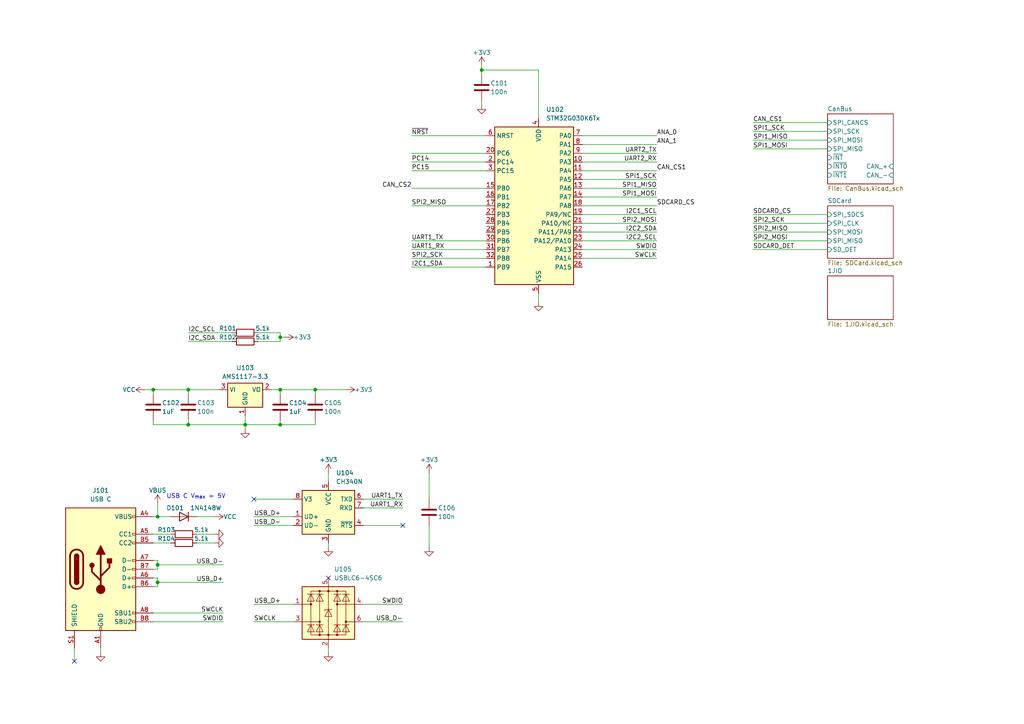
<source format=kicad_sch>
(kicad_sch (version 20230121) (generator eeschema)
  (paper "A4")
  (lib_symbols
    (symbol "Connector:USB_C_Receptacle_USB2.0" (pin_names (offset 1.016))
      (property "Reference" "J" (at -10.16 19.05 0))
      (property "Value" "USB_C_Receptacle_USB2.0" (at 19.05 19.05 0))
      (symbol "USB_C_Receptacle_USB2.0_0_0"
        (rectangle (start -0.254 -17.78) (end 0.254 -16.764))
        (rectangle (start 10.16 -14.986) (end 9.144 -15.494))
        (rectangle (start 10.16 -12.446) (end 9.144 -12.954))
        (rectangle (start 10.16 -4.826) (end 9.144 -5.334))
        (rectangle (start 10.16 -2.286) (end 9.144 -2.794))
        (rectangle (start 10.16 0.254) (end 9.144 -0.254))
        (rectangle (start 10.16 2.794) (end 9.144 2.286))
        (rectangle (start 10.16 7.874) (end 9.144 7.366))
        (rectangle (start 10.16 10.414) (end 9.144 9.906))
        (rectangle (start 10.16 15.494) (end 9.144 14.986))
      )
      (symbol "USB_C_Receptacle_USB2.0_0_1"
        (rectangle (start -10.16 17.78) (end 10.16 -17.78) (stroke (width 0.254)) (fill (type background)))
        (arc (start -8.89 -3.81) (mid -6.985 -5.7067) (end -5.08 -3.81) (stroke (width 0.508)))
        (arc (start -7.62 -3.81) (mid -6.985 -4.4423) (end -6.35 -3.81) (stroke (width 0.254)))
        (arc (start -7.62 -3.81) (mid -6.985 -4.4423) (end -6.35 -3.81) (stroke (width 0.254)) (fill (type outline)))
        (rectangle (start -7.62 -3.81) (end -6.35 3.81) (stroke (width 0.254)) (fill (type outline)))
        (arc (start -6.35 3.81) (mid -6.985 4.4423) (end -7.62 3.81) (stroke (width 0.254)))
        (arc (start -6.35 3.81) (mid -6.985 4.4423) (end -7.62 3.81) (stroke (width 0.254)) (fill (type outline)))
        (arc (start -5.08 3.81) (mid -6.985 5.7067) (end -8.89 3.81) (stroke (width 0.508)))
        (circle (center -2.54 1.143) (radius 0.635) (stroke (width 0.254)) (fill (type outline)))
        (circle (center 0 -5.842) (radius 1.27) (fill (type outline)))
        (polyline (pts (xy -8.89 -3.81) (xy -8.89 3.81)) (stroke (width 0.508)))
        (polyline (pts (xy -5.08 3.81) (xy -5.08 -3.81)) (stroke (width 0.508)))
        (polyline (pts (xy 0 -5.842) (xy 0 4.318)) (stroke (width 0.508)))
        (polyline (pts (xy 0 -3.302) (xy -2.54 -0.762) (xy -2.54 0.508)) (stroke (width 0.508)))
        (polyline (pts (xy 0 -2.032) (xy 2.54 0.508) (xy 2.54 1.778)) (stroke (width 0.508)))
        (polyline (pts (xy -1.27 4.318) (xy 0 6.858) (xy 1.27 4.318) (xy -1.27 4.318)) (stroke (width 0.254)) (fill (type outline)))
        (rectangle (start 1.905 1.778) (end 3.175 3.048) (stroke (width 0.254)) (fill (type outline)))
      )
      (symbol "USB_C_Receptacle_USB2.0_1_1"
        (pin passive line (at 0 -22.86 90) (length 5.08) (name "GND") (number "A1"))
        (pin passive line (at 0 -22.86 90) (length 5.08) hide (name "GND") (number "A12"))
        (pin passive line (at 15.24 15.24 180) (length 5.08) (name "VBUS") (number "A4"))
        (pin bidirectional line (at 15.24 10.16 180) (length 5.08) (name "CC1") (number "A5"))
        (pin bidirectional line (at 15.24 -2.54 180) (length 5.08) (name "D+") (number "A6"))
        (pin bidirectional line (at 15.24 2.54 180) (length 5.08) (name "D-") (number "A7"))
        (pin bidirectional line (at 15.24 -12.7 180) (length 5.08) (name "SBU1") (number "A8"))
        (pin passive line (at 15.24 15.24 180) (length 5.08) hide (name "VBUS") (number "A9"))
        (pin passive line (at 0 -22.86 90) (length 5.08) hide (name "GND") (number "B1"))
        (pin passive line (at 0 -22.86 90) (length 5.08) hide (name "GND") (number "B12"))
        (pin passive line (at 15.24 15.24 180) (length 5.08) hide (name "VBUS") (number "B4"))
        (pin bidirectional line (at 15.24 7.62 180) (length 5.08) (name "CC2") (number "B5"))
        (pin bidirectional line (at 15.24 -5.08 180) (length 5.08) (name "D+") (number "B6"))
        (pin bidirectional line (at 15.24 0 180) (length 5.08) (name "D-") (number "B7"))
        (pin bidirectional line (at 15.24 -15.24 180) (length 5.08) (name "SBU2") (number "B8"))
        (pin passive line (at 15.24 15.24 180) (length 5.08) hide (name "VBUS") (number "B9"))
        (pin passive line (at -7.62 -22.86 90) (length 5.08) (name "SHIELD") (number "S1"))
      )
    )
    (symbol "Device:C" (pin_numbers hide) (pin_names (offset 0.254))
      (property "Reference" "C" (at 0.635 2.54 0))
      (property "Value" "C" (at 0.635 -2.54 0))
      (symbol "C_0_1"
        (polyline (pts (xy -2.032 -0.762) (xy 2.032 -0.762)) (stroke (width 0.508)))
        (polyline (pts (xy -2.032 0.762) (xy 2.032 0.762)) (stroke (width 0.508)))
      )
      (symbol "C_1_1"
        (pin passive line (at 0 3.81 270) (length 2.794) (name "~") (number "1"))
        (pin passive line (at 0 -3.81 90) (length 2.794) (name "~") (number "2"))
      )
    )
    (symbol "Device:R" (pin_numbers hide) (pin_names (offset 0))
      (property "Reference" "R" (at 2.032 0 90))
      (property "Value" "R" (at 0 0 90))
      (symbol "R_0_1"
        (rectangle (start -1.016 -2.54) (end 1.016 2.54) (stroke (width 0.254)))
      )
      (symbol "R_1_1"
        (pin passive line (at 0 3.81 270) (length 1.27) (name "~") (number "1"))
        (pin passive line (at 0 -3.81 90) (length 1.27) (name "~") (number "2"))
      )
    )
    (symbol "Diode:1N4148W" (pin_numbers hide) (pin_names hide)
      (property "Reference" "D" (at 0 2.54 0))
      (property "Value" "1N4148W" (at 0 -2.54 0))
      (symbol "1N4148W_0_1"
        (polyline (pts (xy -1.27 1.27) (xy -1.27 -1.27)) (stroke (width 0.254)))
        (polyline (pts (xy 1.27 0) (xy -1.27 0)))
        (polyline (pts (xy 1.27 1.27) (xy 1.27 -1.27) (xy -1.27 0) (xy 1.27 1.27)) (stroke (width 0.254)))
      )
      (symbol "1N4148W_1_1"
        (pin passive line (at -3.81 0 0) (length 2.54) (name "K") (number "1"))
        (pin passive line (at 3.81 0 180) (length 2.54) (name "A") (number "2"))
      )
    )
    (symbol "Interface_USB:CH330N"
      (property "Reference" "U" (at -7.62 6.35 0))
      (property "Value" "CH330N" (at 7.62 6.35 0))
      (symbol "CH330N_0_1"
        (rectangle (start -7.62 5.08) (end 7.62 -7.62) (stroke (width 0.254)) (fill (type background)))
      )
      (symbol "CH330N_1_1"
        (pin bidirectional line (at -10.16 -2.54 0) (length 2.54) (name "UD+") (number "1"))
        (pin bidirectional line (at -10.16 -5.08 0) (length 2.54) (name "UD-") (number "2"))
        (pin power_in line (at 0 -10.16 90) (length 2.54) (name "GND") (number "3"))
        (pin output line (at 10.16 -5.08 180) (length 2.54) (name "~{RTS}") (number "4"))
        (pin power_in line (at 0 7.62 270) (length 2.54) (name "VCC") (number "5"))
        (pin output line (at 10.16 2.54 180) (length 2.54) (name "TXD") (number "6"))
        (pin input line (at 10.16 0 180) (length 2.54) (name "RXD") (number "7"))
        (pin passive line (at -10.16 2.54 0) (length 2.54) (name "V3") (number "8"))
      )
    )
    (symbol "MCU_ST_STM32G0:STM32G030K6Tx"
      (property "Reference" "U" (at -10.16 24.13 0))
      (property "Value" "STM32G030K6Tx" (at 5.08 24.13 0))
      (symbol "STM32G030K6Tx_0_1"
        (rectangle (start -10.16 -22.86) (end 12.7 22.86) (stroke (width 0.254)) (fill (type background)))
      )
      (symbol "STM32G030K6Tx_1_1"
        (pin bidirectional line (at -12.7 -17.78 0) (length 2.54) (name "PB9") (number "1"))
        (pin bidirectional line (at 15.24 12.7 180) (length 2.54) (name "PA3") (number "10"))
        (pin bidirectional line (at 15.24 10.16 180) (length 2.54) (name "PA4") (number "11"))
        (pin bidirectional line (at 15.24 7.62 180) (length 2.54) (name "PA5") (number "12"))
        (pin bidirectional line (at 15.24 5.08 180) (length 2.54) (name "PA6") (number "13"))
        (pin bidirectional line (at 15.24 2.54 180) (length 2.54) (name "PA7") (number "14"))
        (pin bidirectional line (at -12.7 5.08 0) (length 2.54) (name "PB0") (number "15"))
        (pin bidirectional line (at -12.7 2.54 0) (length 2.54) (name "PB1") (number "16"))
        (pin bidirectional line (at -12.7 0 0) (length 2.54) (name "PB2") (number "17"))
        (pin bidirectional line (at 15.24 0 180) (length 2.54) (name "PA8") (number "18"))
        (pin bidirectional line (at 15.24 -2.54 180) (length 2.54) (name "PA9/NC") (number "19"))
        (pin bidirectional line (at -12.7 12.7 0) (length 2.54) (name "PC14") (number "2"))
        (pin bidirectional line (at -12.7 15.24 0) (length 2.54) (name "PC6") (number "20"))
        (pin bidirectional line (at 15.24 -5.08 180) (length 2.54) (name "PA10/NC") (number "21"))
        (pin bidirectional line (at 15.24 -7.62 180) (length 2.54) (name "PA11/PA9") (number "22"))
        (pin bidirectional line (at 15.24 -10.16 180) (length 2.54) (name "PA12/PA10") (number "23"))
        (pin bidirectional line (at 15.24 -12.7 180) (length 2.54) (name "PA13") (number "24"))
        (pin bidirectional line (at 15.24 -15.24 180) (length 2.54) (name "PA14") (number "25"))
        (pin bidirectional line (at 15.24 -17.78 180) (length 2.54) (name "PA15") (number "26"))
        (pin bidirectional line (at -12.7 -2.54 0) (length 2.54) (name "PB3") (number "27"))
        (pin bidirectional line (at -12.7 -5.08 0) (length 2.54) (name "PB4") (number "28"))
        (pin bidirectional line (at -12.7 -7.62 0) (length 2.54) (name "PB5") (number "29"))
        (pin bidirectional line (at -12.7 10.16 0) (length 2.54) (name "PC15") (number "3"))
        (pin bidirectional line (at -12.7 -10.16 0) (length 2.54) (name "PB6") (number "30"))
        (pin bidirectional line (at -12.7 -12.7 0) (length 2.54) (name "PB7") (number "31"))
        (pin bidirectional line (at -12.7 -15.24 0) (length 2.54) (name "PB8") (number "32"))
        (pin power_in line (at 2.54 25.4 270) (length 2.54) (name "VDD") (number "4"))
        (pin power_in line (at 2.54 -25.4 90) (length 2.54) (name "VSS") (number "5"))
        (pin input line (at -12.7 20.32 0) (length 2.54) (name "NRST") (number "6"))
        (pin bidirectional line (at 15.24 20.32 180) (length 2.54) (name "PA0") (number "7"))
        (pin bidirectional line (at 15.24 17.78 180) (length 2.54) (name "PA1") (number "8"))
        (pin bidirectional line (at 15.24 15.24 180) (length 2.54) (name "PA2") (number "9"))
      )
    )
    (symbol "Power_Protection:USBLC6-4SC6" (pin_names hide)
      (property "Reference" "U" (at 2.54 8.89 0))
      (property "Value" "USBLC6-4SC6" (at 2.54 -8.89 0))
      (symbol "USBLC6-4SC6_0_1"
        (rectangle (start -7.62 -7.62) (end 7.62 7.62) (stroke (width 0.254)) (fill (type background)))
        (circle (center -5.08 2.54) (radius 0.254) (fill (type outline)))
        (circle (center -2.54 -6.35) (radius 0.254) (fill (type outline)))
        (circle (center -2.54 -2.54) (radius 0.254) (fill (type outline)))
        (circle (center -2.54 6.35) (radius 0.254) (fill (type outline)))
        (rectangle (start -2.54 6.35) (end 2.54 -6.35))
        (circle (center 0 -6.35) (radius 0.254) (fill (type outline)))
        (polyline (pts (xy -5.08 2.54) (xy -7.62 2.54)))
        (polyline (pts (xy -4.064 -3.429) (xy -6.096 -3.429)))
        (polyline (pts (xy -4.064 5.461) (xy -6.096 5.461)))
        (polyline (pts (xy -2.54 -2.54) (xy -7.62 -2.54)))
        (polyline (pts (xy -1.524 -3.429) (xy -3.556 -3.429)))
        (polyline (pts (xy -1.524 5.461) (xy -3.556 5.461)))
        (polyline (pts (xy 0 -7.62) (xy 0 -6.35)))
        (polyline (pts (xy 0 -6.35) (xy 0 1.27)))
        (polyline (pts (xy 0 1.27) (xy 0 6.35)))
        (polyline (pts (xy 0 6.35) (xy 0 7.62)))
        (polyline (pts (xy 1.524 -3.429) (xy 3.556 -3.429)))
        (polyline (pts (xy 1.524 5.461) (xy 3.556 5.461)))
        (polyline (pts (xy 2.54 2.54) (xy 7.62 2.54)))
        (polyline (pts (xy 4.064 -3.429) (xy 6.096 -3.429)))
        (polyline (pts (xy 4.064 5.461) (xy 6.096 5.461)))
        (polyline (pts (xy 5.08 -2.54) (xy 7.62 -2.54)))
        (polyline (pts (xy -6.096 -5.461) (xy -4.064 -5.461) (xy -5.08 -3.429) (xy -6.096 -5.461)))
        (polyline (pts (xy -6.096 3.429) (xy -4.064 3.429) (xy -5.08 5.461) (xy -6.096 3.429)))
        (polyline (pts (xy -3.556 -5.461) (xy -1.524 -5.461) (xy -2.54 -3.429) (xy -3.556 -5.461)))
        (polyline (pts (xy -3.556 3.429) (xy -1.524 3.429) (xy -2.54 5.461) (xy -3.556 3.429)))
        (polyline (pts (xy -2.54 6.35) (xy -5.08 6.35) (xy -5.08 -6.35) (xy -2.54 -6.35)))
        (polyline (pts (xy -1.016 -1.016) (xy 1.016 -1.016) (xy 0 1.016) (xy -1.016 -1.016)))
        (polyline (pts (xy 1.016 1.016) (xy 0.762 1.016) (xy -1.016 1.016) (xy -1.016 0.508)))
        (polyline (pts (xy 2.54 6.35) (xy 5.08 6.35) (xy 5.08 -6.35) (xy 2.54 -6.35)))
        (polyline (pts (xy 3.556 -5.461) (xy 1.524 -5.461) (xy 2.54 -3.429) (xy 3.556 -5.461)))
        (polyline (pts (xy 3.556 3.429) (xy 1.524 3.429) (xy 2.54 5.461) (xy 3.556 3.429)))
        (polyline (pts (xy 6.096 -5.461) (xy 4.064 -5.461) (xy 5.08 -3.429) (xy 6.096 -5.461)))
        (polyline (pts (xy 6.096 3.429) (xy 4.064 3.429) (xy 5.08 5.461) (xy 6.096 3.429)))
        (circle (center 0 6.35) (radius 0.254) (fill (type outline)))
        (circle (center 2.54 -6.35) (radius 0.254) (fill (type outline)))
        (circle (center 2.54 2.54) (radius 0.254) (fill (type outline)))
        (circle (center 2.54 6.35) (radius 0.254) (fill (type outline)))
        (circle (center 5.08 -2.54) (radius 0.254) (fill (type outline)))
      )
      (symbol "USBLC6-4SC6_1_1"
        (pin passive line (at -10.16 2.54 0) (length 2.54) (name "I/O1") (number "1"))
        (pin passive line (at 0 -10.16 90) (length 2.54) (name "GND") (number "2"))
        (pin passive line (at -10.16 -2.54 0) (length 2.54) (name "I/O2") (number "3"))
        (pin passive line (at 10.16 2.54 180) (length 2.54) (name "I/O3") (number "4"))
        (pin passive line (at 0 10.16 270) (length 2.54) (name "VBUS") (number "5"))
        (pin passive line (at 10.16 -2.54 180) (length 2.54) (name "I/O4") (number "6"))
      )
    )
    (symbol "Regulator_Linear:AMS1117-3.3"
      (property "Reference" "U" (at -3.81 3.175 0))
      (property "Value" "AMS1117-3.3" (at 0 3.175 0))
      (symbol "AMS1117-3.3_0_1"
        (rectangle (start -5.08 -5.08) (end 5.08 1.905) (stroke (width 0.254)) (fill (type background)))
      )
      (symbol "AMS1117-3.3_1_1"
        (pin power_in line (at 0 -7.62 90) (length 2.54) (name "GND") (number "1"))
        (pin power_out line (at 7.62 0 180) (length 2.54) (name "VO") (number "2"))
        (pin power_in line (at -7.62 0 0) (length 2.54) (name "VI") (number "3"))
      )
    )
    (symbol "power:+3V3" (power) (pin_names (offset 0))
      (property "Value" "+3V3" (at 0 3.556 0))
      (symbol "+3V3_0_1"
        (polyline (pts (xy -0.762 1.27) (xy 0 2.54)))
        (polyline (pts (xy 0 0) (xy 0 2.54)))
        (polyline (pts (xy 0 2.54) (xy 0.762 1.27)))
      )
      (symbol "+3V3_1_1"
        (pin power_in line (at 0 0 90) (length 0) hide (name "+3V3") (number "1"))
      )
    )
    (symbol "power:GND" (power) (pin_names (offset 0))
      (property "Value" "GND" (at 0 -3.81 0))
      (symbol "GND_0_1"
        (polyline (pts (xy 0 0) (xy 0 -1.27) (xy 1.27 -1.27) (xy 0 -2.54) (xy -1.27 -1.27) (xy 0 -1.27)))
      )
      (symbol "GND_1_1"
        (pin power_in line (at 0 0 270) (length 0) hide (name "GND") (number "1"))
      )
    )
    (symbol "power:VBUS" (power) (pin_names (offset 0))
      (property "Value" "VBUS" (at 0 3.81 0))
      (symbol "VBUS_0_1"
        (polyline (pts (xy -0.762 1.27) (xy 0 2.54)))
        (polyline (pts (xy 0 0) (xy 0 2.54)))
        (polyline (pts (xy 0 2.54) (xy 0.762 1.27)))
      )
      (symbol "VBUS_1_1"
        (pin power_in line (at 0 0 90) (length 0) hide (name "VBUS") (number "1"))
      )
    )
    (symbol "power:VCC" (power) (pin_names (offset 0))
      (property "Value" "VCC" (at 0 3.81 0))
      (symbol "VCC_0_1"
        (polyline (pts (xy -0.762 1.27) (xy 0 2.54)))
        (polyline (pts (xy 0 0) (xy 0 2.54)))
        (polyline (pts (xy 0 2.54) (xy 0.762 1.27)))
      )
      (symbol "VCC_1_1"
        (pin power_in line (at 0 0 90) (length 0) hide (name "VCC") (number "1"))
      )
    )
  )
  (junction (at 71.12 123.19))
  (junction (at 45.72 149.86))
  (junction (at 45.72 168.91))
  (junction (at 91.44 113.03))
  (junction (at 81.28 113.03))
  (junction (at 139.7 20.32))
  (junction (at 81.28 123.19))
  (junction (at 45.72 163.83))
  (junction (at 81.28 97.79))
  (junction (at 54.61 123.19))
  (junction (at 54.61 113.03))
  (junction (at 44.45 113.03))
  (no_connect (at 21.59 191.77))
  (no_connect (at 73.66 144.78))
  (no_connect (at 116.84 152.4))
  (no_connect (at 95.25 167.64))
  (wire (pts (xy 41.91 113.03) (xy 44.45 113.03)))
  (wire (pts (xy 44.45 113.03) (xy 44.45 114.3)))
  (wire (pts (xy 105.41 147.32) (xy 116.84 147.32)))
  (wire (pts (xy 44.45 162.56) (xy 45.72 162.56)))
  (wire (pts (xy 124.46 137.16) (xy 124.46 144.78)))
  (wire (pts (xy 29.21 187.96) (xy 29.21 189.23)))
  (wire (pts (xy 45.72 149.86) (xy 49.53 149.86)))
  (wire (pts (xy 71.12 123.19) (xy 81.28 123.19)))
  (wire (pts (xy 168.91 57.15) (xy 190.5 57.15)))
  (wire (pts (xy 168.91 54.61) (xy 190.5 54.61)))
  (wire (pts (xy 240.03 64.77) (xy 218.44 64.77)))
  (wire (pts (xy 44.45 167.64) (xy 45.72 167.64)))
  (wire (pts (xy 74.93 96.52) (xy 81.28 96.52)))
  (wire (pts (xy 140.97 59.69) (xy 119.38 59.69)))
  (wire (pts (xy 240.03 69.85) (xy 218.44 69.85)))
  (wire (pts (xy 124.46 152.4) (xy 124.46 158.75)))
  (wire (pts (xy 44.45 154.94) (xy 49.53 154.94)))
  (wire (pts (xy 73.66 144.78) (xy 85.09 144.78)))
  (wire (pts (xy 105.41 152.4) (xy 116.84 152.4)))
  (wire (pts (xy 45.72 146.05) (xy 45.72 149.86)))
  (wire (pts (xy 119.38 77.47) (xy 140.97 77.47)))
  (wire (pts (xy 168.91 39.37) (xy 190.5 39.37)))
  (wire (pts (xy 240.03 72.39) (xy 218.44 72.39)))
  (wire (pts (xy 156.21 85.09) (xy 156.21 87.63)))
  (wire (pts (xy 168.91 52.07) (xy 190.5 52.07)))
  (wire (pts (xy 45.72 165.1) (xy 44.45 165.1)))
  (wire (pts (xy 168.91 49.53) (xy 190.5 49.53)))
  (wire (pts (xy 54.61 99.06) (xy 67.31 99.06)))
  (wire (pts (xy 44.45 180.34) (xy 64.77 180.34)))
  (wire (pts (xy 54.61 113.03) (xy 63.5 113.03)))
  (wire (pts (xy 73.66 175.26) (xy 85.09 175.26)))
  (wire (pts (xy 81.28 96.52) (xy 81.28 97.79)))
  (wire (pts (xy 140.97 74.93) (xy 119.38 74.93)))
  (wire (pts (xy 95.25 137.16) (xy 95.25 139.7)))
  (wire (pts (xy 82.55 97.79) (xy 81.28 97.79)))
  (wire (pts (xy 45.72 163.83) (xy 64.77 163.83)))
  (wire (pts (xy 156.21 20.32) (xy 139.7 20.32)))
  (wire (pts (xy 71.12 123.19) (xy 71.12 124.46)))
  (wire (pts (xy 168.91 69.85) (xy 190.5 69.85)))
  (wire (pts (xy 139.7 20.32) (xy 139.7 21.59)))
  (wire (pts (xy 240.03 35.56) (xy 218.44 35.56)))
  (wire (pts (xy 57.15 149.86) (xy 62.23 149.86)))
  (wire (pts (xy 91.44 123.19) (xy 91.44 121.92)))
  (wire (pts (xy 73.66 180.34) (xy 85.09 180.34)))
  (wire (pts (xy 45.72 168.91) (xy 64.77 168.91)))
  (wire (pts (xy 168.91 64.77) (xy 190.5 64.77)))
  (wire (pts (xy 45.72 163.83) (xy 45.72 165.1)))
  (wire (pts (xy 240.03 62.23) (xy 218.44 62.23)))
  (wire (pts (xy 54.61 113.03) (xy 54.61 114.3)))
  (wire (pts (xy 54.61 123.19) (xy 71.12 123.19)))
  (wire (pts (xy 168.91 59.69) (xy 190.5 59.69)))
  (wire (pts (xy 44.45 121.92) (xy 44.45 123.19)))
  (wire (pts (xy 139.7 19.05) (xy 139.7 20.32)))
  (wire (pts (xy 73.66 149.86) (xy 85.09 149.86)))
  (wire (pts (xy 44.45 157.48) (xy 49.53 157.48)))
  (wire (pts (xy 45.72 170.18) (xy 44.45 170.18)))
  (wire (pts (xy 119.38 39.37) (xy 140.97 39.37)))
  (wire (pts (xy 95.25 158.75) (xy 95.25 157.48)))
  (wire (pts (xy 95.25 189.23) (xy 95.25 187.96)))
  (wire (pts (xy 156.21 20.32) (xy 156.21 34.29)))
  (wire (pts (xy 168.91 62.23) (xy 190.5 62.23)))
  (wire (pts (xy 78.74 113.03) (xy 81.28 113.03)))
  (wire (pts (xy 240.03 67.31) (xy 218.44 67.31)))
  (wire (pts (xy 119.38 46.99) (xy 140.97 46.99)))
  (wire (pts (xy 54.61 96.52) (xy 67.31 96.52)))
  (wire (pts (xy 73.66 152.4) (xy 85.09 152.4)))
  (wire (pts (xy 44.45 149.86) (xy 45.72 149.86)))
  (wire (pts (xy 44.45 177.8) (xy 64.77 177.8)))
  (wire (pts (xy 81.28 121.92) (xy 81.28 123.19)))
  (wire (pts (xy 240.03 40.64) (xy 218.44 40.64)))
  (wire (pts (xy 168.91 72.39) (xy 190.5 72.39)))
  (wire (pts (xy 45.72 168.91) (xy 45.72 170.18)))
  (wire (pts (xy 139.7 29.21) (xy 139.7 30.48)))
  (wire (pts (xy 91.44 113.03) (xy 100.33 113.03)))
  (wire (pts (xy 168.91 46.99) (xy 190.5 46.99)))
  (wire (pts (xy 81.28 113.03) (xy 91.44 113.03)))
  (wire (pts (xy 168.91 67.31) (xy 190.5 67.31)))
  (wire (pts (xy 240.03 38.1) (xy 218.44 38.1)))
  (wire (pts (xy 119.38 49.53) (xy 140.97 49.53)))
  (wire (pts (xy 105.41 180.34) (xy 116.84 180.34)))
  (wire (pts (xy 54.61 121.92) (xy 54.61 123.19)))
  (wire (pts (xy 57.15 154.94) (xy 62.23 154.94)))
  (wire (pts (xy 44.45 123.19) (xy 54.61 123.19)))
  (wire (pts (xy 57.15 157.48) (xy 62.23 157.48)))
  (wire (pts (xy 140.97 69.85) (xy 119.38 69.85)))
  (wire (pts (xy 240.03 43.18) (xy 218.44 43.18)))
  (wire (pts (xy 140.97 72.39) (xy 119.38 72.39)))
  (wire (pts (xy 168.91 44.45) (xy 190.5 44.45)))
  (wire (pts (xy 81.28 99.06) (xy 81.28 97.79)))
  (wire (pts (xy 44.45 113.03) (xy 54.61 113.03)))
  (wire (pts (xy 81.28 123.19) (xy 91.44 123.19)))
  (wire (pts (xy 74.93 99.06) (xy 81.28 99.06)))
  (wire (pts (xy 21.59 191.77) (xy 21.59 187.96)))
  (wire (pts (xy 45.72 167.64) (xy 45.72 168.91)))
  (wire (pts (xy 168.91 41.91) (xy 190.5 41.91)))
  (wire (pts (xy 105.41 144.78) (xy 116.84 144.78)))
  (wire (pts (xy 119.38 44.45) (xy 140.97 44.45)))
  (wire (pts (xy 45.72 162.56) (xy 45.72 163.83)))
  (wire (pts (xy 119.38 54.61) (xy 140.97 54.61)))
  (wire (pts (xy 71.12 120.65) (xy 71.12 123.19)))
  (wire (pts (xy 105.41 175.26) (xy 116.84 175.26)))
  (wire (pts (xy 91.44 113.03) (xy 91.44 114.3)))
  (wire (pts (xy 81.28 113.03) (xy 81.28 114.3)))
  (wire (pts (xy 168.91 74.93) (xy 190.5 74.93)))
  (text "USB C V_{max} = 5V" (at 48.26 144.78 0) (effects (font (size 1.27 1.27)) (justify left bottom)))
  (label "SPI1_MISO" (at 218.44 40.64 0))
  (label "SWDIO" (at 116.84 175.26 180))
  (label "SPI2_SCK" (at 218.44 64.77 0))
  (label "SPI2_MISO" (at 218.44 67.31 0))
  (label "I2C_SCL" (at 54.61 96.52 0))
  (label "~{NRST}" (at 119.38 39.37 0))
  (label "CAN_CS2" (at 119.38 54.61 180))
  (label "SWCLK" (at 73.66 180.34 0))
  (label "CAN_CS1" (at 218.44 35.56 0))
  (label "SPI2_MOSI" (at 190.5 64.77 180))
  (label "SPI1_SCK" (at 190.5 52.07 180))
  (label "SDCARD_DET" (at 218.44 72.39 0))
  (label "UART1_RX" (at 119.38 72.39 0))
  (label "SPI1_MOSI" (at 190.5 57.15 180))
  (label "PC15" (at 119.38 49.53 0))
  (label "SWCLK" (at 190.5 74.93 180))
  (label "I2C_SDA" (at 54.61 99.06 0))
  (label "UART1_TX" (at 116.84 144.78 180))
  (label "UART1_RX" (at 116.84 147.32 180))
  (label "SWDIO" (at 190.5 72.39 180))
  (label "I2C2_SDA" (at 190.5 67.31 180))
  (label "USB_D+" (at 73.66 175.26 0))
  (label "SPI1_SCK" (at 218.44 38.1 0))
  (label "I2C1_SCL" (at 190.5 62.23 180))
  (label "USB_D-" (at 116.84 180.34 180))
  (label "SWCLK" (at 64.77 177.8 180))
  (label "UART2_TX" (at 190.5 44.45 180))
  (label "SPI2_MISO" (at 119.38 59.69 0))
  (label "SPI1_MOSI" (at 218.44 43.18 0))
  (label "SPI1_MISO" (at 190.5 54.61 180))
  (label "USB_D+" (at 64.77 168.91 180))
  (label "PC14" (at 119.38 46.99 0))
  (label "SDCARD_CS" (at 190.5 59.69 0))
  (label "UART1_TX" (at 119.38 69.85 0))
  (label "SDCARD_CS" (at 218.44 62.23 0))
  (label "SPI2_SCK" (at 119.38 74.93 0))
  (label "I2C2_SCL" (at 190.5 69.85 180))
  (label "ANA_1" (at 190.5 41.91 0))
  (label "USB_D+" (at 73.66 149.86 0))
  (label "ANA_0" (at 190.5 39.37 0))
  (label "CAN_CS1" (at 190.5 49.53 0))
  (label "USB_D-" (at 64.77 163.83 180))
  (label "I2C1_SDA" (at 119.38 77.47 0))
  (label "SWDIO" (at 64.77 180.34 180))
  (label "USB_D-" (at 73.66 152.4 0))
  (label "UART2_RX" (at 190.5 46.99 180))
  (label "SPI2_MOSI" (at 218.44 69.85 0))
  (symbol (lib_id "Regulator_Linear:AMS1117-3.3") (at 71.12 113.03 0) (unit 1)
    (property "Reference" "U103" (at 71.12 106.68 0))
    (property "Value" "AMS1117-3.3" (at 71.12 109.22 0))
    (property "Footprint" "Package_TO_SOT_SMD:SOT-223-3_TabPin2" (effects hide))
    (property "Datasheet" "http://www.advanced-monolithic.com/pdf/ds1117.pdf" (effects hide))
  )
  (symbol (lib_id "Device:R") (at 71.12 99.06 90) (unit 1)
    (property "Reference" "R102" (at 66.04 97.79 90))
    (property "Value" "5.1k" (at 76.2 97.79 90))
    (property "Footprint" "Resistor_SMD:R_0603_1608Metric" (effects hide))
  )
  (symbol (lib_id "Connector:USB_C_Receptacle_USB2.0") (at 29.21 165.1 0) (unit 1)
    (property "Reference" "J101" (at 29.21 142.24 0))
    (property "Value" "USB C" (at 29.21 144.78 0))
    (property "Footprint" "Connector_USB:USB_C_Receptacle_HRO_TYPE-C-31-M-12" (effects hide))
    (property "Datasheet" "https://www.usb.org/sites/default/files/documents/usb_type-c.zip" (effects hide))
  )
  (symbol (lib_id "Device:C") (at 91.44 118.11 0) (unit 1)
    (property "Reference" "C105" (at 93.98 116.84 0) (effects (justify left)))
    (property "Value" "100n" (at 93.98 119.38 0) (effects (justify left)))
    (property "Footprint" "Capacitor_SMD:C_0603_1608Metric" (effects hide))
  )
  (symbol (lib_id "Interface_USB:CH330N") (at 95.25 147.32 0) (unit 1)
    (property "Reference" "U104" (at 97.4441 137.16 0) (effects (justify left)))
    (property "Value" "CH340N" (at 97.4441 139.7 0) (effects (justify left)))
    (property "Footprint" "Package_SO:SOIC-8_3.9x4.9mm_P1.27mm" (effects hide))
    (property "Datasheet" "http://www.wch.cn/downloads/file/240.html" (effects hide))
  )
  (symbol (lib_id "power:GND") (at 71.12 124.46 0) (unit 1)
    (property "Reference" "#PWR0107" (effects hide))
    (property "Value" "GND" (effects hide))
  )
  (symbol (lib_id "power:GND") (at 156.21 87.63 0) (unit 1)
    (property "Reference" "#PWR0103" (effects hide))
    (property "Value" "GND" (effects hide))
  )
  (symbol (lib_id "power:GND") (at 124.46 158.75 0) (unit 1)
    (property "Reference" "#PWR0115" (effects hide))
    (property "Value" "GND" (effects hide))
  )
  (symbol (lib_id "power:GND") (at 95.25 189.23 0) (unit 1)
    (property "Reference" "#PWR0117" (effects hide))
    (property "Value" "GND" (effects hide))
  )
  (symbol (lib_id "power:GND") (at 95.25 158.75 0) (unit 1)
    (property "Reference" "#PWR0114" (effects hide))
    (property "Value" "GND" (effects hide))
  )
  (symbol (lib_id "power:VBUS") (at 45.72 146.05 0) (unit 1)
    (property "Reference" "#PWR0110" (effects hide))
    (property "Value" "VBUS" (at 45.72 142.24 0))
  )
  (symbol (lib_id "power:GND") (at 62.23 157.48 90) (unit 1)
    (property "Reference" "#PWR0113" (effects hide))
    (property "Value" "GND" (effects hide))
  )
  (symbol (lib_id "Diode:1N4148W") (at 53.34 149.86 0) (mirror y) (unit 1)
    (property "Reference" "D101" (at 50.8 147.32 0))
    (property "Value" "1N4148W" (at 59.69 147.32 0))
    (property "Footprint" "Diode_SMD:D_SOD-123" (effects hide))
    (property "Datasheet" "https://www.vishay.com/docs/85748/1n4148w.pdf" (effects hide))
    (property "Sim.Device" "D" (effects hide))
    (property "Sim.Pins" "1=K 2=A" (effects hide))
  )
  (symbol (lib_id "power:+3V3") (at 82.55 97.79 270) (unit 1)
    (property "Reference" "#PWR0104" (effects hide))
    (property "Value" "+3V3" (at 87.63 97.79 90))
  )
  (symbol (lib_id "power:GND") (at 139.7 30.48 0) (unit 1)
    (property "Reference" "#PWR0102" (effects hide))
    (property "Value" "GND" (effects hide))
  )
  (symbol (lib_id "power:GND") (at 29.21 189.23 0) (unit 1)
    (property "Reference" "#PWR0116" (effects hide))
    (property "Value" "GND" (effects hide))
  )
  (symbol (lib_id "Device:C") (at 81.28 118.11 0) (unit 1)
    (property "Reference" "C104" (at 83.82 116.84 0) (effects (justify left)))
    (property "Value" "1uF" (at 83.82 119.38 0) (effects (justify left)))
    (property "Footprint" "Capacitor_SMD:C_0805_2012Metric" (effects hide))
  )
  (symbol (lib_id "power:+3V3") (at 100.33 113.03 270) (unit 1)
    (property "Reference" "#PWR0106" (effects hide))
    (property "Value" "+3V3" (at 105.41 113.03 90))
  )
  (symbol (lib_id "power:+3V3") (at 95.25 137.16 0) (unit 1)
    (property "Reference" "#PWR0108" (effects hide))
    (property "Value" "+3V3" (at 95.25 133.35 0))
  )
  (symbol (lib_id "Device:C") (at 44.45 118.11 0) (unit 1)
    (property "Reference" "C102" (at 46.99 116.84 0) (effects (justify left)))
    (property "Value" "1uF" (at 46.99 119.38 0) (effects (justify left)))
    (property "Footprint" "Capacitor_SMD:C_0805_2012Metric" (effects hide))
  )
  (symbol (lib_id "power:+3V3") (at 139.7 19.05 0) (unit 1)
    (property "Reference" "#PWR0101" (effects hide))
    (property "Value" "+3V3" (at 139.7 15.24 0))
  )
  (symbol (lib_id "Device:C") (at 124.46 148.59 0) (unit 1)
    (property "Reference" "C106" (at 127 147.32 0) (effects (justify left)))
    (property "Value" "100n" (at 127 149.86 0) (effects (justify left)))
    (property "Footprint" "Capacitor_SMD:C_0603_1608Metric" (effects hide))
  )
  (symbol (lib_id "power:VCC") (at 41.91 113.03 90) (mirror x) (unit 1)
    (property "Reference" "#PWR0105" (effects hide))
    (property "Value" "VCC" (at 39.37 113.03 90) (effects (justify left)))
  )
  (symbol (lib_id "power:VCC") (at 62.23 149.86 270) (unit 1)
    (property "Reference" "#PWR0111" (effects hide))
    (property "Value" "VCC" (at 64.77 149.86 90) (effects (justify left)))
  )
  (symbol (lib_id "MCU_ST_STM32G0:STM32G030K6Tx") (at 153.67 59.69 0) (unit 1)
    (property "Reference" "U102" (at 158.4041 31.75 0) (effects (justify left)))
    (property "Value" "STM32G030K6Tx" (at 158.4041 34.29 0) (effects (justify left)))
    (property "Footprint" "Package_QFP:LQFP-32_7x7mm_P0.8mm" (effects hide))
    (property "Datasheet" "https://www.st.com/resource/en/datasheet/stm32g030k6.pdf" (effects hide))
  )
  (symbol (lib_id "Device:C") (at 54.61 118.11 0) (unit 1)
    (property "Reference" "C103" (at 57.15 116.84 0) (effects (justify left)))
    (property "Value" "100n" (at 57.15 119.38 0) (effects (justify left)))
    (property "Footprint" "Capacitor_SMD:C_0603_1608Metric" (effects hide))
  )
  (symbol (lib_id "Device:R") (at 53.34 157.48 90) (unit 1)
    (property "Reference" "R104" (at 48.26 156.21 90))
    (property "Value" "5.1k" (at 58.42 156.21 90))
    (property "Footprint" "Resistor_SMD:R_0603_1608Metric" (effects hide))
  )
  (symbol (lib_id "Power_Protection:USBLC6-4SC6") (at 95.25 177.8 0) (unit 1)
    (property "Reference" "U105" (at 96.9011 165.1 0) (effects (justify left)))
    (property "Value" "USBLC6-4SC6" (at 96.9011 167.64 0) (effects (justify left)))
    (property "Footprint" "Package_TO_SOT_SMD:SOT-23-6" (effects hide))
    (property "Datasheet" "https://www.st.com/resource/en/datasheet/usblc6-4.pdf" (effects hide))
  )
  (symbol (lib_id "Device:C") (at 139.7 25.4 0) (unit 1)
    (property "Reference" "C101" (at 142.24 24.13 0) (effects (justify left)))
    (property "Value" "100n" (at 142.24 26.67 0) (effects (justify left)))
    (property "Footprint" "Capacitor_SMD:C_0603_1608Metric" (effects hide))
  )
  (symbol (lib_id "Device:R") (at 53.34 154.94 90) (unit 1)
    (property "Reference" "R103" (at 48.26 153.67 90))
    (property "Value" "5.1k" (at 58.42 153.67 90))
    (property "Footprint" "Resistor_SMD:R_0603_1608Metric" (effects hide))
  )
  (symbol (lib_id "power:GND") (at 62.23 154.94 90) (unit 1)
    (property "Reference" "#PWR0112" (effects hide))
    (property "Value" "GND" (effects hide))
  )
  (symbol (lib_id "power:+3V3") (at 124.46 137.16 0) (unit 1)
    (property "Reference" "#PWR0109" (effects hide))
    (property "Value" "+3V3" (at 124.46 133.35 0))
  )
  (symbol (lib_id "Device:R") (at 71.12 96.52 90) (unit 1)
    (property "Reference" "R101" (at 66.04 95.25 90))
    (property "Value" "5.1k" (at 76.2 95.25 90))
    (property "Footprint" "Resistor_SMD:R_0603_1608Metric" (effects hide))
  )
  (sheet (at 240.03 59.69) (size 19.05 15.24) (stroke (width 0.1524))
    (property "Sheetname" "SDCard" (at 240.03 58.9784 0) (effects (justify left bottom)))
    (property "Sheetfile" "SDCard.kicad_sch" (at 240.03 75.5146 0) (effects (justify left top)))
    (pin "SPI_SDCS" input (at 240.03 62.23 180))
    (pin "SPI_MOSI" input (at 240.03 67.31 180))
    (pin "SPI_MISO" input (at 240.03 69.85 180))
    (pin "SPI_CLK" input (at 240.03 64.77 180))
    (pin "SD_DET" input (at 240.03 72.39 180))
  )
  (sheet (at 240.03 80.01) (size 19.05 12.7) (stroke (width 0.1524))
    (property "Sheetname" "1JIO" (at 240.03 79.2984 0) (effects (justify left bottom)))
    (property "Sheetfile" "1JIO.kicad_sch" (at 240.03 93.2946 0) (effects (justify left top)))
  )
  (sheet (at 240.03 33.02) (size 19.05 20.32) (stroke (width 0.1524))
    (property "Sheetname" "CanBus" (at 240.03 32.3084 0) (effects (justify left bottom)))
    (property "Sheetfile" "CanBus.kicad_sch" (at 240.03 53.9246 0) (effects (justify left top)))
    (pin "CAN_+" input (at 259.08 48.26 0))
    (pin "CAN_-" input (at 259.08 50.8 0))
    (pin "SPI_SCK" input (at 240.03 38.1 180))
    (pin "SPI_MOSI" input (at 240.03 40.64 180))
    (pin "SPI_CANCS" input (at 240.03 35.56 180))
    (pin "SPI_MISO" input (at 240.03 43.18 180))
    (pin "~{INT}" input (at 240.03 45.72 180))
    (pin "~{INT0}" input (at 240.03 48.26 180))
    (pin "~{INT1}" input (at 240.03 50.8 180))
  )
)
</source>
